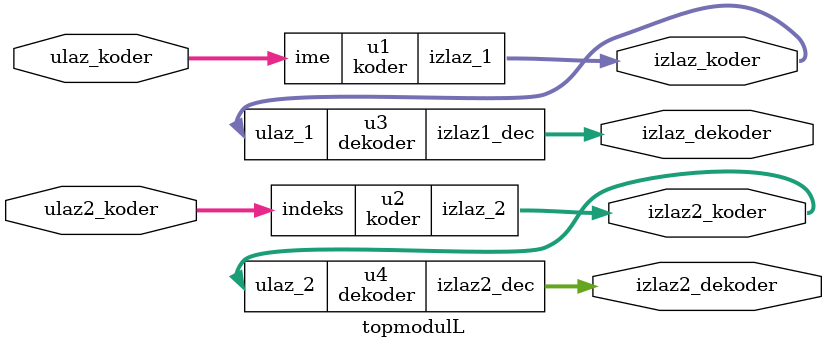
<source format=v>
`timescale 1ns / 1ps
module koder(ime,indeks,izlaz_1,izlaz_2);
input [39:0]ime;
input [11:0]indeks;
output reg [40:0]izlaz_1;
output reg [12:0]izlaz_2;

always @(ime or indeks)
	begin

			if(ime[0]==0)
					 izlaz_1={1'b0,ime+3};
					 
					
			else
					 izlaz_1={1'b1,ime+5};
					
		
			if(indeks[0]==0)
					 izlaz_2={1'b0,indeks+3};
					 
			else
					 izlaz_2={1'b1,indeks+5};
	end


endmodule


module dekoder(ulaz_1,ulaz_2,izlaz1_dec,izlaz2_dec);
input [40:0]ulaz_1;
input [12:0]ulaz_2;
output reg [39:0]izlaz1_dec;
output reg[11:0]izlaz2_dec;

always @(ulaz_1 or ulaz_2)
	begin
			if(ulaz_1[40]==0)
					 izlaz1_dec={ulaz_1-3};
			else
					 izlaz1_dec={ulaz_1-5};
		
			if(ulaz_2[12]==0)
					 izlaz2_dec={ulaz_2-3};
			else
					 izlaz2_dec={ulaz_2-5};
	end
	

	
endmodule 

module topmodulL(ulaz_koder,ulaz2_koder,izlaz_koder,izlaz2_koder,izlaz_dekoder,izlaz2_dekoder);
input [39:0]ulaz_koder;
input [11:0]ulaz2_koder;
output [40:0]izlaz_koder;
output [12:0]izlaz2_koder;
output [39:0]izlaz_dekoder;
output [11:0]izlaz2_dekoder;


koder u1(.ime(ulaz_koder[39:0]),.izlaz_1(izlaz_koder[40:0]));
koder u2(.indeks(ulaz2_koder[11:0]),.izlaz_2(izlaz2_koder[12:0]));

dekoder u3(.ulaz_1(izlaz_koder[40:0]),.izlaz1_dec(izlaz_dekoder[39:0]));
dekoder u4(.ulaz_2(izlaz2_koder[12:0]),.izlaz2_dec(izlaz2_dekoder[11:0]));

endmodule

</source>
